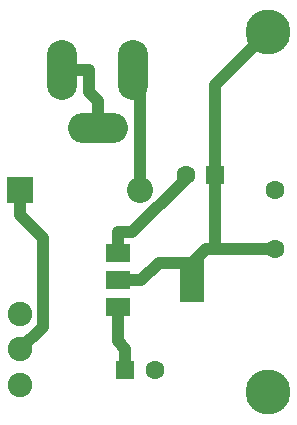
<source format=gbr>
%TF.GenerationSoftware,KiCad,Pcbnew,5.1.5+dfsg1-2build2*%
%TF.CreationDate,2020-12-20T05:39:21+01:00*%
%TF.ProjectId,PSmod1105-v2,50536d6f-6431-4313-9035-2d76322e6b69,rev?*%
%TF.SameCoordinates,PX48ab840PY77e7cd0*%
%TF.FileFunction,Copper,L1,Top*%
%TF.FilePolarity,Positive*%
%FSLAX46Y46*%
G04 Gerber Fmt 4.6, Leading zero omitted, Abs format (unit mm)*
G04 Created by KiCad (PCBNEW 5.1.5+dfsg1-2build2) date 2020-12-20 05:39:21*
%MOMM*%
%LPD*%
G04 APERTURE LIST*
%TA.AperFunction,ComponentPad*%
%ADD10R,1.600000X1.600000*%
%TD*%
%TA.AperFunction,ComponentPad*%
%ADD11C,1.600000*%
%TD*%
%TA.AperFunction,ComponentPad*%
%ADD12R,2.200000X2.200000*%
%TD*%
%TA.AperFunction,ComponentPad*%
%ADD13O,2.200000X2.200000*%
%TD*%
%TA.AperFunction,ComponentPad*%
%ADD14C,3.800000*%
%TD*%
%TA.AperFunction,ComponentPad*%
%ADD15O,2.540000X5.080000*%
%TD*%
%TA.AperFunction,ComponentPad*%
%ADD16O,5.080000X2.540000*%
%TD*%
%TA.AperFunction,ComponentPad*%
%ADD17C,2.070000*%
%TD*%
%TA.AperFunction,SMDPad,CuDef*%
%ADD18R,2.000000X3.800000*%
%TD*%
%TA.AperFunction,SMDPad,CuDef*%
%ADD19R,2.000000X1.500000*%
%TD*%
%TA.AperFunction,Conductor*%
%ADD20C,1.000000*%
%TD*%
G04 APERTURE END LIST*
D10*
%TO.P,C1,1*%
%TO.N,Net-(C1-Pad1)*%
X13970000Y5080000D03*
D11*
%TO.P,C1,2*%
%TO.N,GND*%
X16470000Y5080000D03*
%TD*%
%TO.P,C2,2*%
%TO.N,GND*%
X19090000Y21590000D03*
D10*
%TO.P,C2,1*%
%TO.N,Net-(C2-Pad1)*%
X21590000Y21590000D03*
%TD*%
D11*
%TO.P,C3,1*%
%TO.N,Net-(C2-Pad1)*%
X26670000Y15320000D03*
%TO.P,C3,2*%
%TO.N,GND*%
X26670000Y20320000D03*
%TD*%
D12*
%TO.P,D1,1*%
%TO.N,Net-(D1-Pad1)*%
X5080000Y20320000D03*
D13*
%TO.P,D1,2*%
%TO.N,Net-(D1-Pad2)*%
X15240000Y20320000D03*
%TD*%
D14*
%TO.P,H3,1*%
%TO.N,Net-(C2-Pad1)*%
X26035000Y33655000D03*
%TD*%
%TO.P,H4,1*%
%TO.N,GND*%
X26035000Y3175000D03*
%TD*%
D15*
%TO.P,J1,1*%
%TO.N,Net-(D1-Pad2)*%
X14605000Y30480000D03*
%TO.P,J1,2*%
%TO.N,GND*%
X8605000Y30480000D03*
D16*
%TO.P,J1,3*%
X11655000Y25580000D03*
%TD*%
D17*
%TO.P,SW1,1*%
%TO.N,Net-(C1-Pad1)*%
X5080000Y3810000D03*
%TO.P,SW1,2*%
%TO.N,Net-(D1-Pad1)*%
X5080000Y6810000D03*
%TO.P,SW1,3*%
%TO.N,Net-(SW1-Pad3)*%
X5080000Y9810000D03*
%TD*%
D18*
%TO.P,U1,2*%
%TO.N,Net-(C2-Pad1)*%
X19660000Y12700000D03*
D19*
X13360000Y12700000D03*
%TO.P,U1,3*%
%TO.N,Net-(C1-Pad1)*%
X13360000Y10400000D03*
%TO.P,U1,1*%
%TO.N,GND*%
X13360000Y15000000D03*
%TD*%
D20*
%TO.N,Net-(C1-Pad1)*%
X13970000Y5080000D02*
X13970000Y6880000D01*
X13360000Y10400000D02*
X13360000Y7490000D01*
X13360000Y7490000D02*
X13970000Y6880000D01*
%TO.N,GND*%
X13360000Y15000000D02*
X13360000Y16750000D01*
X13360000Y16750000D02*
X14572500Y16750000D01*
X14572500Y16750000D02*
X19090000Y21267500D01*
X19090000Y21267500D02*
X19090000Y21590000D01*
X8605000Y30480000D02*
X10875000Y30480000D01*
X11655000Y25580000D02*
X11655000Y27850000D01*
X11655000Y27850000D02*
X10875000Y28630000D01*
X10875000Y28630000D02*
X10875000Y30480000D01*
%TO.N,Net-(C2-Pad1)*%
X21590000Y15320000D02*
X21590000Y21590000D01*
X19660000Y14150000D02*
X20830000Y15320000D01*
X20830000Y15320000D02*
X21590000Y15320000D01*
X21590000Y15320000D02*
X26670000Y15320000D01*
X15360000Y12700000D02*
X16810000Y14150000D01*
X16810000Y14150000D02*
X19660000Y14150000D01*
X13360000Y12700000D02*
X15360000Y12700000D01*
X19660000Y12700000D02*
X19660000Y14150000D01*
X26035000Y33655000D02*
X21590000Y29210000D01*
X21590000Y29210000D02*
X21590000Y21590000D01*
%TO.N,Net-(D1-Pad1)*%
X5080000Y20320000D02*
X5080000Y18220000D01*
X5080000Y6810000D02*
X7023700Y8753700D01*
X7023700Y8753700D02*
X7023700Y16276300D01*
X7023700Y16276300D02*
X5080000Y18220000D01*
%TO.N,Net-(D1-Pad2)*%
X14605000Y30480000D02*
X15240000Y29845000D01*
X15240000Y29845000D02*
X15240000Y20320000D01*
%TD*%
M02*

</source>
